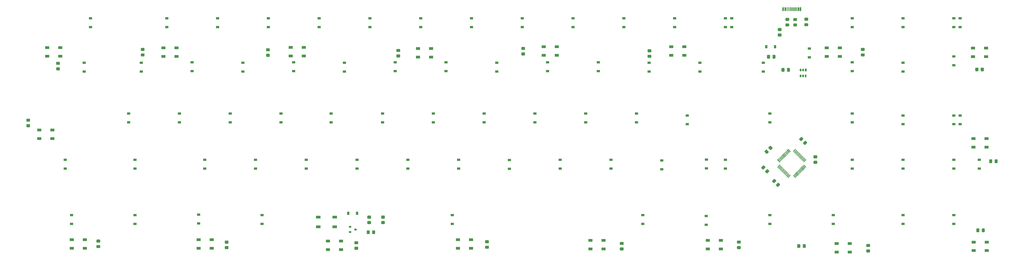
<source format=gbr>
%TF.GenerationSoftware,KiCad,Pcbnew,(5.1.6)-1*%
%TF.CreationDate,2020-09-01T10:18:49+02:00*%
%TF.ProjectId,C-60,432d3630-2e6b-4696-9361-645f70636258,rev?*%
%TF.SameCoordinates,Original*%
%TF.FileFunction,Paste,Top*%
%TF.FilePolarity,Positive*%
%FSLAX46Y46*%
G04 Gerber Fmt 4.6, Leading zero omitted, Abs format (unit mm)*
G04 Created by KiCad (PCBNEW (5.1.6)-1) date 2020-09-01 10:18:49*
%MOMM*%
%LPD*%
G01*
G04 APERTURE LIST*
%ADD10R,1.500000X1.000000*%
%ADD11R,1.200000X0.900000*%
%ADD12R,0.650000X1.060000*%
%ADD13C,0.100000*%
%ADD14R,1.800000X1.100000*%
%ADD15R,0.900000X0.800000*%
%ADD16R,0.900000X1.200000*%
G04 APERTURE END LIST*
%TO.C,R1*%
G36*
G01*
X-140038670Y-45400381D02*
X-140038670Y-44500379D01*
G75*
G02*
X-139788671Y-44250380I249999J0D01*
G01*
X-139138669Y-44250380D01*
G75*
G02*
X-138888670Y-44500379I0J-249999D01*
G01*
X-138888670Y-45400381D01*
G75*
G02*
X-139138669Y-45650380I-249999J0D01*
G01*
X-139788671Y-45650380D01*
G75*
G02*
X-140038670Y-45400381I0J249999D01*
G01*
G37*
G36*
G01*
X-142088670Y-45400381D02*
X-142088670Y-44500379D01*
G75*
G02*
X-141838671Y-44250380I249999J0D01*
G01*
X-141188669Y-44250380D01*
G75*
G02*
X-140938670Y-44500379I0J-249999D01*
G01*
X-140938670Y-45400381D01*
G75*
G02*
X-141188669Y-45650380I-249999J0D01*
G01*
X-141838671Y-45650380D01*
G75*
G02*
X-142088670Y-45400381I0J249999D01*
G01*
G37*
%TD*%
D10*
%TO.C,D35*%
X-175619750Y-42862500D03*
X-175619750Y-46062500D03*
X-170719750Y-42862500D03*
X-170719750Y-46062500D03*
%TD*%
%TO.C,D19*%
X-219688750Y-42862500D03*
X-219688750Y-46062500D03*
X-214788750Y-42862500D03*
X-214788750Y-46062500D03*
%TD*%
%TO.C,D18*%
X-269345750Y-42608500D03*
X-269345750Y-45808500D03*
X-264445750Y-42608500D03*
X-264445750Y-45808500D03*
%TD*%
%TO.C,D17*%
X-318113750Y-43116500D03*
X-318113750Y-46316500D03*
X-313213750Y-43116500D03*
X-313213750Y-46316500D03*
%TD*%
%TO.C,D16*%
X-366627750Y-42608500D03*
X-366627750Y-45808500D03*
X-361727750Y-42608500D03*
X-361727750Y-45808500D03*
%TD*%
%TO.C,D15*%
X-414252750Y-42583500D03*
X-414252750Y-45783500D03*
X-409352750Y-42583500D03*
X-409352750Y-45783500D03*
%TD*%
%TO.C,D14*%
X-426444750Y-1460500D03*
X-426444750Y-4660500D03*
X-421544750Y-1460500D03*
X-421544750Y-4660500D03*
%TD*%
%TO.C,D13*%
X-423486750Y29476500D03*
X-423486750Y26276500D03*
X-418586750Y29476500D03*
X-418586750Y26276500D03*
%TD*%
%TO.C,D12*%
X-379835750Y29400500D03*
X-379835750Y26200500D03*
X-374935750Y29400500D03*
X-374935750Y26200500D03*
%TD*%
%TO.C,D11*%
X-332083750Y29527500D03*
X-332083750Y26327500D03*
X-327183750Y29527500D03*
X-327183750Y26327500D03*
%TD*%
%TO.C,D10*%
X-284331750Y29146500D03*
X-284331750Y25946500D03*
X-279431750Y29146500D03*
X-279431750Y25946500D03*
%TD*%
%TO.C,D9*%
X-237214750Y29781500D03*
X-237214750Y26581500D03*
X-232314750Y29781500D03*
X-232314750Y26581500D03*
%TD*%
%TO.C,D8*%
X-189335750Y29781500D03*
X-189335750Y26581500D03*
X-184435750Y29781500D03*
X-184435750Y26581500D03*
%TD*%
%TO.C,D7*%
X-131005750Y29349500D03*
X-131005750Y26149500D03*
X-126105750Y29349500D03*
X-126105750Y26149500D03*
%TD*%
%TO.C,D6*%
X-76178750Y29273500D03*
X-76178750Y26073500D03*
X-71278750Y29273500D03*
X-71278750Y26073500D03*
%TD*%
%TO.C,D5*%
X-76014750Y-4686500D03*
X-76014750Y-7886500D03*
X-71114750Y-4686500D03*
X-71114750Y-7886500D03*
%TD*%
%TO.C,D4*%
X-75924750Y-43472500D03*
X-75924750Y-46672500D03*
X-71024750Y-43472500D03*
X-71024750Y-46672500D03*
%TD*%
%TO.C,D3*%
X-127322750Y-44056500D03*
X-127322750Y-47256500D03*
X-122422750Y-44056500D03*
X-122422750Y-47256500D03*
%TD*%
%TO.C,C18*%
G36*
G01*
X-164438751Y-44954501D02*
X-163538749Y-44954501D01*
G75*
G02*
X-163288750Y-45204500I0J-249999D01*
G01*
X-163288750Y-45854502D01*
G75*
G02*
X-163538749Y-46104501I-249999J0D01*
G01*
X-164438751Y-46104501D01*
G75*
G02*
X-164688750Y-45854502I0J249999D01*
G01*
X-164688750Y-45204500D01*
G75*
G02*
X-164438751Y-44954501I249999J0D01*
G01*
G37*
G36*
G01*
X-164438751Y-42904501D02*
X-163538749Y-42904501D01*
G75*
G02*
X-163288750Y-43154500I0J-249999D01*
G01*
X-163288750Y-43804502D01*
G75*
G02*
X-163538749Y-44054501I-249999J0D01*
G01*
X-164438751Y-44054501D01*
G75*
G02*
X-164688750Y-43804502I0J249999D01*
G01*
X-164688750Y-43154500D01*
G75*
G02*
X-164438751Y-42904501I249999J0D01*
G01*
G37*
%TD*%
%TO.C,C17*%
G36*
G01*
X-208380751Y-45462501D02*
X-207480749Y-45462501D01*
G75*
G02*
X-207230750Y-45712500I0J-249999D01*
G01*
X-207230750Y-46362502D01*
G75*
G02*
X-207480749Y-46612501I-249999J0D01*
G01*
X-208380751Y-46612501D01*
G75*
G02*
X-208630750Y-46362502I0J249999D01*
G01*
X-208630750Y-45712500D01*
G75*
G02*
X-208380751Y-45462501I249999J0D01*
G01*
G37*
G36*
G01*
X-208380751Y-43412501D02*
X-207480749Y-43412501D01*
G75*
G02*
X-207230750Y-43662500I0J-249999D01*
G01*
X-207230750Y-44312502D01*
G75*
G02*
X-207480749Y-44562501I-249999J0D01*
G01*
X-208380751Y-44562501D01*
G75*
G02*
X-208630750Y-44312502I0J249999D01*
G01*
X-208630750Y-43662500D01*
G75*
G02*
X-208380751Y-43412501I249999J0D01*
G01*
G37*
%TD*%
%TO.C,C16*%
G36*
G01*
X-258926751Y-44827500D02*
X-258026749Y-44827500D01*
G75*
G02*
X-257776750Y-45077499I0J-249999D01*
G01*
X-257776750Y-45727501D01*
G75*
G02*
X-258026749Y-45977500I-249999J0D01*
G01*
X-258926751Y-45977500D01*
G75*
G02*
X-259176750Y-45727501I0J249999D01*
G01*
X-259176750Y-45077499D01*
G75*
G02*
X-258926751Y-44827500I249999J0D01*
G01*
G37*
G36*
G01*
X-258926751Y-42777500D02*
X-258026749Y-42777500D01*
G75*
G02*
X-257776750Y-43027499I0J-249999D01*
G01*
X-257776750Y-43677501D01*
G75*
G02*
X-258026749Y-43927500I-249999J0D01*
G01*
X-258926751Y-43927500D01*
G75*
G02*
X-259176750Y-43677501I0J249999D01*
G01*
X-259176750Y-43027499D01*
G75*
G02*
X-258926751Y-42777500I249999J0D01*
G01*
G37*
%TD*%
%TO.C,C15*%
G36*
G01*
X-307948751Y-45208500D02*
X-307048749Y-45208500D01*
G75*
G02*
X-306798750Y-45458499I0J-249999D01*
G01*
X-306798750Y-46108501D01*
G75*
G02*
X-307048749Y-46358500I-249999J0D01*
G01*
X-307948751Y-46358500D01*
G75*
G02*
X-308198750Y-46108501I0J249999D01*
G01*
X-308198750Y-45458499D01*
G75*
G02*
X-307948751Y-45208500I249999J0D01*
G01*
G37*
G36*
G01*
X-307948751Y-43158500D02*
X-307048749Y-43158500D01*
G75*
G02*
X-306798750Y-43408499I0J-249999D01*
G01*
X-306798750Y-44058501D01*
G75*
G02*
X-307048749Y-44308500I-249999J0D01*
G01*
X-307948751Y-44308500D01*
G75*
G02*
X-308198750Y-44058501I0J249999D01*
G01*
X-308198750Y-43408499D01*
G75*
G02*
X-307948751Y-43158500I249999J0D01*
G01*
G37*
%TD*%
%TO.C,C14*%
G36*
G01*
X-356589751Y-44963500D02*
X-355689749Y-44963500D01*
G75*
G02*
X-355439750Y-45213499I0J-249999D01*
G01*
X-355439750Y-45863501D01*
G75*
G02*
X-355689749Y-46113500I-249999J0D01*
G01*
X-356589751Y-46113500D01*
G75*
G02*
X-356839750Y-45863501I0J249999D01*
G01*
X-356839750Y-45213499D01*
G75*
G02*
X-356589751Y-44963500I249999J0D01*
G01*
G37*
G36*
G01*
X-356589751Y-42913500D02*
X-355689749Y-42913500D01*
G75*
G02*
X-355439750Y-43163499I0J-249999D01*
G01*
X-355439750Y-43813501D01*
G75*
G02*
X-355689749Y-44063500I-249999J0D01*
G01*
X-356589751Y-44063500D01*
G75*
G02*
X-356839750Y-43813501I0J249999D01*
G01*
X-356839750Y-43163499D01*
G75*
G02*
X-356589751Y-42913500I249999J0D01*
G01*
G37*
%TD*%
%TO.C,C13*%
G36*
G01*
X-404722751Y-44573500D02*
X-403822749Y-44573500D01*
G75*
G02*
X-403572750Y-44823499I0J-249999D01*
G01*
X-403572750Y-45473501D01*
G75*
G02*
X-403822749Y-45723500I-249999J0D01*
G01*
X-404722751Y-45723500D01*
G75*
G02*
X-404972750Y-45473501I0J249999D01*
G01*
X-404972750Y-44823499D01*
G75*
G02*
X-404722751Y-44573500I249999J0D01*
G01*
G37*
G36*
G01*
X-404722751Y-42523500D02*
X-403822749Y-42523500D01*
G75*
G02*
X-403572750Y-42773499I0J-249999D01*
G01*
X-403572750Y-43423501D01*
G75*
G02*
X-403822749Y-43673500I-249999J0D01*
G01*
X-404722751Y-43673500D01*
G75*
G02*
X-404972750Y-43423501I0J249999D01*
G01*
X-404972750Y-42773499D01*
G75*
G02*
X-404722751Y-42523500I249999J0D01*
G01*
G37*
%TD*%
%TO.C,C12*%
G36*
G01*
X-430111749Y1665499D02*
X-431011751Y1665499D01*
G75*
G02*
X-431261750Y1915498I0J249999D01*
G01*
X-431261750Y2565500D01*
G75*
G02*
X-431011751Y2815499I249999J0D01*
G01*
X-430111749Y2815499D01*
G75*
G02*
X-429861750Y2565500I0J-249999D01*
G01*
X-429861750Y1915498D01*
G75*
G02*
X-430111749Y1665499I-249999J0D01*
G01*
G37*
G36*
G01*
X-430111749Y-384501D02*
X-431011751Y-384501D01*
G75*
G02*
X-431261750Y-134502I0J249999D01*
G01*
X-431261750Y515500D01*
G75*
G02*
X-431011751Y765499I249999J0D01*
G01*
X-430111749Y765499D01*
G75*
G02*
X-429861750Y515500I0J-249999D01*
G01*
X-429861750Y-134502D01*
G75*
G02*
X-430111749Y-384501I-249999J0D01*
G01*
G37*
%TD*%
%TO.C,C11*%
G36*
G01*
X-419835751Y22101500D02*
X-418935749Y22101500D01*
G75*
G02*
X-418685750Y21851501I0J-249999D01*
G01*
X-418685750Y21201499D01*
G75*
G02*
X-418935749Y20951500I-249999J0D01*
G01*
X-419835751Y20951500D01*
G75*
G02*
X-420085750Y21201499I0J249999D01*
G01*
X-420085750Y21851501D01*
G75*
G02*
X-419835751Y22101500I249999J0D01*
G01*
G37*
G36*
G01*
X-419835751Y24151500D02*
X-418935749Y24151500D01*
G75*
G02*
X-418685750Y23901501I0J-249999D01*
G01*
X-418685750Y23251499D01*
G75*
G02*
X-418935749Y23001500I-249999J0D01*
G01*
X-419835751Y23001500D01*
G75*
G02*
X-420085750Y23251499I0J249999D01*
G01*
X-420085750Y23901501D01*
G75*
G02*
X-419835751Y24151500I249999J0D01*
G01*
G37*
%TD*%
%TO.C,C10*%
G36*
G01*
X-388085751Y27308500D02*
X-387185749Y27308500D01*
G75*
G02*
X-386935750Y27058501I0J-249999D01*
G01*
X-386935750Y26408499D01*
G75*
G02*
X-387185749Y26158500I-249999J0D01*
G01*
X-388085751Y26158500D01*
G75*
G02*
X-388335750Y26408499I0J249999D01*
G01*
X-388335750Y27058501D01*
G75*
G02*
X-388085751Y27308500I249999J0D01*
G01*
G37*
G36*
G01*
X-388085751Y29358500D02*
X-387185749Y29358500D01*
G75*
G02*
X-386935750Y29108501I0J-249999D01*
G01*
X-386935750Y28458499D01*
G75*
G02*
X-387185749Y28208500I-249999J0D01*
G01*
X-388085751Y28208500D01*
G75*
G02*
X-388335750Y28458499I0J249999D01*
G01*
X-388335750Y29108501D01*
G75*
G02*
X-388085751Y29358500I249999J0D01*
G01*
G37*
%TD*%
%TO.C,C9*%
G36*
G01*
X-341095751Y27181500D02*
X-340195749Y27181500D01*
G75*
G02*
X-339945750Y26931501I0J-249999D01*
G01*
X-339945750Y26281499D01*
G75*
G02*
X-340195749Y26031500I-249999J0D01*
G01*
X-341095751Y26031500D01*
G75*
G02*
X-341345750Y26281499I0J249999D01*
G01*
X-341345750Y26931501D01*
G75*
G02*
X-341095751Y27181500I249999J0D01*
G01*
G37*
G36*
G01*
X-341095751Y29231500D02*
X-340195749Y29231500D01*
G75*
G02*
X-339945750Y28981501I0J-249999D01*
G01*
X-339945750Y28331499D01*
G75*
G02*
X-340195749Y28081500I-249999J0D01*
G01*
X-341095751Y28081500D01*
G75*
G02*
X-341345750Y28331499I0J249999D01*
G01*
X-341345750Y28981501D01*
G75*
G02*
X-341095751Y29231500I249999J0D01*
G01*
G37*
%TD*%
%TO.C,C8*%
G36*
G01*
X-292200751Y26927500D02*
X-291300749Y26927500D01*
G75*
G02*
X-291050750Y26677501I0J-249999D01*
G01*
X-291050750Y26027499D01*
G75*
G02*
X-291300749Y25777500I-249999J0D01*
G01*
X-292200751Y25777500D01*
G75*
G02*
X-292450750Y26027499I0J249999D01*
G01*
X-292450750Y26677501D01*
G75*
G02*
X-292200751Y26927500I249999J0D01*
G01*
G37*
G36*
G01*
X-292200751Y28977500D02*
X-291300749Y28977500D01*
G75*
G02*
X-291050750Y28727501I0J-249999D01*
G01*
X-291050750Y28077499D01*
G75*
G02*
X-291300749Y27827500I-249999J0D01*
G01*
X-292200751Y27827500D01*
G75*
G02*
X-292450750Y28077499I0J249999D01*
G01*
X-292450750Y28727501D01*
G75*
G02*
X-292200751Y28977500I249999J0D01*
G01*
G37*
%TD*%
%TO.C,C7*%
G36*
G01*
X-245337751Y27689500D02*
X-244437749Y27689500D01*
G75*
G02*
X-244187750Y27439501I0J-249999D01*
G01*
X-244187750Y26789499D01*
G75*
G02*
X-244437749Y26539500I-249999J0D01*
G01*
X-245337751Y26539500D01*
G75*
G02*
X-245587750Y26789499I0J249999D01*
G01*
X-245587750Y27439501D01*
G75*
G02*
X-245337751Y27689500I249999J0D01*
G01*
G37*
G36*
G01*
X-245337751Y29739500D02*
X-244437749Y29739500D01*
G75*
G02*
X-244187750Y29489501I0J-249999D01*
G01*
X-244187750Y28839499D01*
G75*
G02*
X-244437749Y28589500I-249999J0D01*
G01*
X-245337751Y28589500D01*
G75*
G02*
X-245587750Y28839499I0J249999D01*
G01*
X-245587750Y29489501D01*
G75*
G02*
X-245337751Y29739500I249999J0D01*
G01*
G37*
%TD*%
%TO.C,C6*%
G36*
G01*
X-197966751Y26791500D02*
X-197066749Y26791500D01*
G75*
G02*
X-196816750Y26541501I0J-249999D01*
G01*
X-196816750Y25891499D01*
G75*
G02*
X-197066749Y25641500I-249999J0D01*
G01*
X-197966751Y25641500D01*
G75*
G02*
X-198216750Y25891499I0J249999D01*
G01*
X-198216750Y26541501D01*
G75*
G02*
X-197966751Y26791500I249999J0D01*
G01*
G37*
G36*
G01*
X-197966751Y28841500D02*
X-197066749Y28841500D01*
G75*
G02*
X-196816750Y28591501I0J-249999D01*
G01*
X-196816750Y27941499D01*
G75*
G02*
X-197066749Y27691500I-249999J0D01*
G01*
X-197966751Y27691500D01*
G75*
G02*
X-198216750Y27941499I0J249999D01*
G01*
X-198216750Y28591501D01*
G75*
G02*
X-197966751Y28841500I249999J0D01*
G01*
G37*
%TD*%
%TO.C,C5*%
G36*
G01*
X-117956751Y27308499D02*
X-117056749Y27308499D01*
G75*
G02*
X-116806750Y27058500I0J-249999D01*
G01*
X-116806750Y26408498D01*
G75*
G02*
X-117056749Y26158499I-249999J0D01*
G01*
X-117956751Y26158499D01*
G75*
G02*
X-118206750Y26408498I0J249999D01*
G01*
X-118206750Y27058500D01*
G75*
G02*
X-117956751Y27308499I249999J0D01*
G01*
G37*
G36*
G01*
X-117956751Y29358499D02*
X-117056749Y29358499D01*
G75*
G02*
X-116806750Y29108500I0J-249999D01*
G01*
X-116806750Y28458498D01*
G75*
G02*
X-117056749Y28208499I-249999J0D01*
G01*
X-117956751Y28208499D01*
G75*
G02*
X-118206750Y28458498I0J249999D01*
G01*
X-118206750Y29108500D01*
G75*
G02*
X-117956751Y29358499I249999J0D01*
G01*
G37*
%TD*%
%TO.C,C4*%
G36*
G01*
X-73250750Y20822499D02*
X-73250750Y21722501D01*
G75*
G02*
X-73000751Y21972500I249999J0D01*
G01*
X-72350749Y21972500D01*
G75*
G02*
X-72100750Y21722501I0J-249999D01*
G01*
X-72100750Y20822499D01*
G75*
G02*
X-72350749Y20572500I-249999J0D01*
G01*
X-73000751Y20572500D01*
G75*
G02*
X-73250750Y20822499I0J249999D01*
G01*
G37*
G36*
G01*
X-75300750Y20822499D02*
X-75300750Y21722501D01*
G75*
G02*
X-75050751Y21972500I249999J0D01*
G01*
X-74400749Y21972500D01*
G75*
G02*
X-74150750Y21722501I0J-249999D01*
G01*
X-74150750Y20822499D01*
G75*
G02*
X-74400749Y20572500I-249999J0D01*
G01*
X-75050751Y20572500D01*
G75*
G02*
X-75300750Y20822499I0J249999D01*
G01*
G37*
%TD*%
%TO.C,C3*%
G36*
G01*
X-68043750Y-13594501D02*
X-68043750Y-12694499D01*
G75*
G02*
X-67793751Y-12444500I249999J0D01*
G01*
X-67143749Y-12444500D01*
G75*
G02*
X-66893750Y-12694499I0J-249999D01*
G01*
X-66893750Y-13594501D01*
G75*
G02*
X-67143749Y-13844500I-249999J0D01*
G01*
X-67793751Y-13844500D01*
G75*
G02*
X-68043750Y-13594501I0J249999D01*
G01*
G37*
G36*
G01*
X-70093750Y-13594501D02*
X-70093750Y-12694499D01*
G75*
G02*
X-69843751Y-12444500I249999J0D01*
G01*
X-69193749Y-12444500D01*
G75*
G02*
X-68943750Y-12694499I0J-249999D01*
G01*
X-68943750Y-13594501D01*
G75*
G02*
X-69193749Y-13844500I-249999J0D01*
G01*
X-69843751Y-13844500D01*
G75*
G02*
X-70093750Y-13594501I0J249999D01*
G01*
G37*
%TD*%
%TO.C,C2*%
G36*
G01*
X-72869750Y-39502501D02*
X-72869750Y-38602499D01*
G75*
G02*
X-72619751Y-38352500I249999J0D01*
G01*
X-71969749Y-38352500D01*
G75*
G02*
X-71719750Y-38602499I0J-249999D01*
G01*
X-71719750Y-39502501D01*
G75*
G02*
X-71969749Y-39752500I-249999J0D01*
G01*
X-72619751Y-39752500D01*
G75*
G02*
X-72869750Y-39502501I0J249999D01*
G01*
G37*
G36*
G01*
X-74919750Y-39502501D02*
X-74919750Y-38602499D01*
G75*
G02*
X-74669751Y-38352500I249999J0D01*
G01*
X-74019749Y-38352500D01*
G75*
G02*
X-73769750Y-38602499I0J-249999D01*
G01*
X-73769750Y-39502501D01*
G75*
G02*
X-74019749Y-39752500I-249999J0D01*
G01*
X-74669751Y-39752500D01*
G75*
G02*
X-74919750Y-39502501I0J249999D01*
G01*
G37*
%TD*%
%TO.C,C1*%
G36*
G01*
X-115924751Y-46224501D02*
X-115024749Y-46224501D01*
G75*
G02*
X-114774750Y-46474500I0J-249999D01*
G01*
X-114774750Y-47124502D01*
G75*
G02*
X-115024749Y-47374501I-249999J0D01*
G01*
X-115924751Y-47374501D01*
G75*
G02*
X-116174750Y-47124502I0J249999D01*
G01*
X-116174750Y-46474500D01*
G75*
G02*
X-115924751Y-46224501I249999J0D01*
G01*
G37*
G36*
G01*
X-115924751Y-44174501D02*
X-115024749Y-44174501D01*
G75*
G02*
X-114774750Y-44424500I0J-249999D01*
G01*
X-114774750Y-45074502D01*
G75*
G02*
X-115024749Y-45324501I-249999J0D01*
G01*
X-115924751Y-45324501D01*
G75*
G02*
X-116174750Y-45074502I0J249999D01*
G01*
X-116174750Y-44424500D01*
G75*
G02*
X-115924751Y-44174501I249999J0D01*
G01*
G37*
%TD*%
D11*
%TO.C,D2*%
X-416718750Y-15937500D03*
X-416718750Y-12637500D03*
%TD*%
%TO.C,U3*%
G36*
G01*
X-139888750Y19397500D02*
X-139888750Y19397500D01*
G75*
G02*
X-139563750Y19072500I0J-325000D01*
G01*
X-139563750Y18662500D01*
G75*
G02*
X-139888750Y18337500I-325000J0D01*
G01*
X-139888750Y18337500D01*
G75*
G02*
X-140213750Y18662500I0J325000D01*
G01*
X-140213750Y19072500D01*
G75*
G02*
X-139888750Y19397500I325000J0D01*
G01*
G37*
G36*
G01*
X-138938750Y19397500D02*
X-138938750Y19397500D01*
G75*
G02*
X-138613750Y19072500I0J-325000D01*
G01*
X-138613750Y18662500D01*
G75*
G02*
X-138938750Y18337500I-325000J0D01*
G01*
X-138938750Y18337500D01*
G75*
G02*
X-139263750Y18662500I0J325000D01*
G01*
X-139263750Y19072500D01*
G75*
G02*
X-138938750Y19397500I325000J0D01*
G01*
G37*
G36*
G01*
X-140838750Y19397500D02*
X-140838750Y19397500D01*
G75*
G02*
X-140513750Y19072500I0J-325000D01*
G01*
X-140513750Y18662500D01*
G75*
G02*
X-140838750Y18337500I-325000J0D01*
G01*
X-140838750Y18337500D01*
G75*
G02*
X-141163750Y18662500I0J325000D01*
G01*
X-141163750Y19072500D01*
G75*
G02*
X-140838750Y19397500I325000J0D01*
G01*
G37*
G36*
G01*
X-140838750Y21597500D02*
X-140838750Y21597500D01*
G75*
G02*
X-140513750Y21272500I0J-325000D01*
G01*
X-140513750Y20862500D01*
G75*
G02*
X-140838750Y20537500I-325000J0D01*
G01*
X-140838750Y20537500D01*
G75*
G02*
X-141163750Y20862500I0J325000D01*
G01*
X-141163750Y21272500D01*
G75*
G02*
X-140838750Y21597500I325000J0D01*
G01*
G37*
G36*
G01*
X-139888750Y21597500D02*
X-139888750Y21597500D01*
G75*
G02*
X-139563750Y21272500I0J-325000D01*
G01*
X-139563750Y20862500D01*
G75*
G02*
X-139888750Y20537500I-325000J0D01*
G01*
X-139888750Y20537500D01*
G75*
G02*
X-140213750Y20862500I0J325000D01*
G01*
X-140213750Y21272500D01*
G75*
G02*
X-139888750Y21597500I325000J0D01*
G01*
G37*
D12*
X-138938750Y21067500D03*
%TD*%
%TO.C,U1*%
G36*
G01*
X-148713517Y-13500203D02*
X-149544367Y-12669353D01*
G75*
G02*
X-149544367Y-12457221I106066J106066D01*
G01*
X-149544367Y-12457221D01*
G75*
G02*
X-149332235Y-12457221I106066J-106066D01*
G01*
X-148501385Y-13288071D01*
G75*
G02*
X-148501385Y-13500203I-106066J-106066D01*
G01*
X-148501385Y-13500203D01*
G75*
G02*
X-148713517Y-13500203I-106066J106066D01*
G01*
G37*
G36*
G01*
X-148359963Y-13146649D02*
X-149190813Y-12315799D01*
G75*
G02*
X-149190813Y-12103667I106066J106066D01*
G01*
X-149190813Y-12103667D01*
G75*
G02*
X-148978681Y-12103667I106066J-106066D01*
G01*
X-148147831Y-12934517D01*
G75*
G02*
X-148147831Y-13146649I-106066J-106066D01*
G01*
X-148147831Y-13146649D01*
G75*
G02*
X-148359963Y-13146649I-106066J106066D01*
G01*
G37*
G36*
G01*
X-148006410Y-12793096D02*
X-148837260Y-11962246D01*
G75*
G02*
X-148837260Y-11750114I106066J106066D01*
G01*
X-148837260Y-11750114D01*
G75*
G02*
X-148625128Y-11750114I106066J-106066D01*
G01*
X-147794278Y-12580964D01*
G75*
G02*
X-147794278Y-12793096I-106066J-106066D01*
G01*
X-147794278Y-12793096D01*
G75*
G02*
X-148006410Y-12793096I-106066J106066D01*
G01*
G37*
G36*
G01*
X-147652856Y-12439542D02*
X-148483706Y-11608692D01*
G75*
G02*
X-148483706Y-11396560I106066J106066D01*
G01*
X-148483706Y-11396560D01*
G75*
G02*
X-148271574Y-11396560I106066J-106066D01*
G01*
X-147440724Y-12227410D01*
G75*
G02*
X-147440724Y-12439542I-106066J-106066D01*
G01*
X-147440724Y-12439542D01*
G75*
G02*
X-147652856Y-12439542I-106066J106066D01*
G01*
G37*
G36*
G01*
X-147299303Y-12085989D02*
X-148130153Y-11255139D01*
G75*
G02*
X-148130153Y-11043007I106066J106066D01*
G01*
X-148130153Y-11043007D01*
G75*
G02*
X-147918021Y-11043007I106066J-106066D01*
G01*
X-147087171Y-11873857D01*
G75*
G02*
X-147087171Y-12085989I-106066J-106066D01*
G01*
X-147087171Y-12085989D01*
G75*
G02*
X-147299303Y-12085989I-106066J106066D01*
G01*
G37*
G36*
G01*
X-146945750Y-11732436D02*
X-147776600Y-10901586D01*
G75*
G02*
X-147776600Y-10689454I106066J106066D01*
G01*
X-147776600Y-10689454D01*
G75*
G02*
X-147564468Y-10689454I106066J-106066D01*
G01*
X-146733618Y-11520304D01*
G75*
G02*
X-146733618Y-11732436I-106066J-106066D01*
G01*
X-146733618Y-11732436D01*
G75*
G02*
X-146945750Y-11732436I-106066J106066D01*
G01*
G37*
G36*
G01*
X-146592196Y-11378882D02*
X-147423046Y-10548032D01*
G75*
G02*
X-147423046Y-10335900I106066J106066D01*
G01*
X-147423046Y-10335900D01*
G75*
G02*
X-147210914Y-10335900I106066J-106066D01*
G01*
X-146380064Y-11166750D01*
G75*
G02*
X-146380064Y-11378882I-106066J-106066D01*
G01*
X-146380064Y-11378882D01*
G75*
G02*
X-146592196Y-11378882I-106066J106066D01*
G01*
G37*
G36*
G01*
X-146238643Y-11025329D02*
X-147069493Y-10194479D01*
G75*
G02*
X-147069493Y-9982347I106066J106066D01*
G01*
X-147069493Y-9982347D01*
G75*
G02*
X-146857361Y-9982347I106066J-106066D01*
G01*
X-146026511Y-10813197D01*
G75*
G02*
X-146026511Y-11025329I-106066J-106066D01*
G01*
X-146026511Y-11025329D01*
G75*
G02*
X-146238643Y-11025329I-106066J106066D01*
G01*
G37*
G36*
G01*
X-145885090Y-10671776D02*
X-146715940Y-9840926D01*
G75*
G02*
X-146715940Y-9628794I106066J106066D01*
G01*
X-146715940Y-9628794D01*
G75*
G02*
X-146503808Y-9628794I106066J-106066D01*
G01*
X-145672958Y-10459644D01*
G75*
G02*
X-145672958Y-10671776I-106066J-106066D01*
G01*
X-145672958Y-10671776D01*
G75*
G02*
X-145885090Y-10671776I-106066J106066D01*
G01*
G37*
G36*
G01*
X-145531536Y-10318222D02*
X-146362386Y-9487372D01*
G75*
G02*
X-146362386Y-9275240I106066J106066D01*
G01*
X-146362386Y-9275240D01*
G75*
G02*
X-146150254Y-9275240I106066J-106066D01*
G01*
X-145319404Y-10106090D01*
G75*
G02*
X-145319404Y-10318222I-106066J-106066D01*
G01*
X-145319404Y-10318222D01*
G75*
G02*
X-145531536Y-10318222I-106066J106066D01*
G01*
G37*
G36*
G01*
X-145177983Y-9964669D02*
X-146008833Y-9133819D01*
G75*
G02*
X-146008833Y-8921687I106066J106066D01*
G01*
X-146008833Y-8921687D01*
G75*
G02*
X-145796701Y-8921687I106066J-106066D01*
G01*
X-144965851Y-9752537D01*
G75*
G02*
X-144965851Y-9964669I-106066J-106066D01*
G01*
X-144965851Y-9964669D01*
G75*
G02*
X-145177983Y-9964669I-106066J106066D01*
G01*
G37*
G36*
G01*
X-144824429Y-9611115D02*
X-145655279Y-8780265D01*
G75*
G02*
X-145655279Y-8568133I106066J106066D01*
G01*
X-145655279Y-8568133D01*
G75*
G02*
X-145443147Y-8568133I106066J-106066D01*
G01*
X-144612297Y-9398983D01*
G75*
G02*
X-144612297Y-9611115I-106066J-106066D01*
G01*
X-144612297Y-9611115D01*
G75*
G02*
X-144824429Y-9611115I-106066J106066D01*
G01*
G37*
G36*
G01*
X-143657703Y-9611115D02*
X-143657703Y-9611115D01*
G75*
G02*
X-143657703Y-9398983I106066J106066D01*
G01*
X-142826853Y-8568133D01*
G75*
G02*
X-142614721Y-8568133I106066J-106066D01*
G01*
X-142614721Y-8568133D01*
G75*
G02*
X-142614721Y-8780265I-106066J-106066D01*
G01*
X-143445571Y-9611115D01*
G75*
G02*
X-143657703Y-9611115I-106066J106066D01*
G01*
G37*
G36*
G01*
X-143304149Y-9964669D02*
X-143304149Y-9964669D01*
G75*
G02*
X-143304149Y-9752537I106066J106066D01*
G01*
X-142473299Y-8921687D01*
G75*
G02*
X-142261167Y-8921687I106066J-106066D01*
G01*
X-142261167Y-8921687D01*
G75*
G02*
X-142261167Y-9133819I-106066J-106066D01*
G01*
X-143092017Y-9964669D01*
G75*
G02*
X-143304149Y-9964669I-106066J106066D01*
G01*
G37*
G36*
G01*
X-142950596Y-10318222D02*
X-142950596Y-10318222D01*
G75*
G02*
X-142950596Y-10106090I106066J106066D01*
G01*
X-142119746Y-9275240D01*
G75*
G02*
X-141907614Y-9275240I106066J-106066D01*
G01*
X-141907614Y-9275240D01*
G75*
G02*
X-141907614Y-9487372I-106066J-106066D01*
G01*
X-142738464Y-10318222D01*
G75*
G02*
X-142950596Y-10318222I-106066J106066D01*
G01*
G37*
G36*
G01*
X-142597042Y-10671776D02*
X-142597042Y-10671776D01*
G75*
G02*
X-142597042Y-10459644I106066J106066D01*
G01*
X-141766192Y-9628794D01*
G75*
G02*
X-141554060Y-9628794I106066J-106066D01*
G01*
X-141554060Y-9628794D01*
G75*
G02*
X-141554060Y-9840926I-106066J-106066D01*
G01*
X-142384910Y-10671776D01*
G75*
G02*
X-142597042Y-10671776I-106066J106066D01*
G01*
G37*
G36*
G01*
X-142243489Y-11025329D02*
X-142243489Y-11025329D01*
G75*
G02*
X-142243489Y-10813197I106066J106066D01*
G01*
X-141412639Y-9982347D01*
G75*
G02*
X-141200507Y-9982347I106066J-106066D01*
G01*
X-141200507Y-9982347D01*
G75*
G02*
X-141200507Y-10194479I-106066J-106066D01*
G01*
X-142031357Y-11025329D01*
G75*
G02*
X-142243489Y-11025329I-106066J106066D01*
G01*
G37*
G36*
G01*
X-141889936Y-11378882D02*
X-141889936Y-11378882D01*
G75*
G02*
X-141889936Y-11166750I106066J106066D01*
G01*
X-141059086Y-10335900D01*
G75*
G02*
X-140846954Y-10335900I106066J-106066D01*
G01*
X-140846954Y-10335900D01*
G75*
G02*
X-140846954Y-10548032I-106066J-106066D01*
G01*
X-141677804Y-11378882D01*
G75*
G02*
X-141889936Y-11378882I-106066J106066D01*
G01*
G37*
G36*
G01*
X-141536382Y-11732436D02*
X-141536382Y-11732436D01*
G75*
G02*
X-141536382Y-11520304I106066J106066D01*
G01*
X-140705532Y-10689454D01*
G75*
G02*
X-140493400Y-10689454I106066J-106066D01*
G01*
X-140493400Y-10689454D01*
G75*
G02*
X-140493400Y-10901586I-106066J-106066D01*
G01*
X-141324250Y-11732436D01*
G75*
G02*
X-141536382Y-11732436I-106066J106066D01*
G01*
G37*
G36*
G01*
X-141182829Y-12085989D02*
X-141182829Y-12085989D01*
G75*
G02*
X-141182829Y-11873857I106066J106066D01*
G01*
X-140351979Y-11043007D01*
G75*
G02*
X-140139847Y-11043007I106066J-106066D01*
G01*
X-140139847Y-11043007D01*
G75*
G02*
X-140139847Y-11255139I-106066J-106066D01*
G01*
X-140970697Y-12085989D01*
G75*
G02*
X-141182829Y-12085989I-106066J106066D01*
G01*
G37*
G36*
G01*
X-140829276Y-12439542D02*
X-140829276Y-12439542D01*
G75*
G02*
X-140829276Y-12227410I106066J106066D01*
G01*
X-139998426Y-11396560D01*
G75*
G02*
X-139786294Y-11396560I106066J-106066D01*
G01*
X-139786294Y-11396560D01*
G75*
G02*
X-139786294Y-11608692I-106066J-106066D01*
G01*
X-140617144Y-12439542D01*
G75*
G02*
X-140829276Y-12439542I-106066J106066D01*
G01*
G37*
G36*
G01*
X-140475722Y-12793096D02*
X-140475722Y-12793096D01*
G75*
G02*
X-140475722Y-12580964I106066J106066D01*
G01*
X-139644872Y-11750114D01*
G75*
G02*
X-139432740Y-11750114I106066J-106066D01*
G01*
X-139432740Y-11750114D01*
G75*
G02*
X-139432740Y-11962246I-106066J-106066D01*
G01*
X-140263590Y-12793096D01*
G75*
G02*
X-140475722Y-12793096I-106066J106066D01*
G01*
G37*
G36*
G01*
X-140122169Y-13146649D02*
X-140122169Y-13146649D01*
G75*
G02*
X-140122169Y-12934517I106066J106066D01*
G01*
X-139291319Y-12103667D01*
G75*
G02*
X-139079187Y-12103667I106066J-106066D01*
G01*
X-139079187Y-12103667D01*
G75*
G02*
X-139079187Y-12315799I-106066J-106066D01*
G01*
X-139910037Y-13146649D01*
G75*
G02*
X-140122169Y-13146649I-106066J106066D01*
G01*
G37*
G36*
G01*
X-139768615Y-13500203D02*
X-139768615Y-13500203D01*
G75*
G02*
X-139768615Y-13288071I106066J106066D01*
G01*
X-138937765Y-12457221D01*
G75*
G02*
X-138725633Y-12457221I106066J-106066D01*
G01*
X-138725633Y-12457221D01*
G75*
G02*
X-138725633Y-12669353I-106066J-106066D01*
G01*
X-139556483Y-13500203D01*
G75*
G02*
X-139768615Y-13500203I-106066J106066D01*
G01*
G37*
G36*
G01*
X-138937765Y-15497779D02*
X-139768615Y-14666929D01*
G75*
G02*
X-139768615Y-14454797I106066J106066D01*
G01*
X-139768615Y-14454797D01*
G75*
G02*
X-139556483Y-14454797I106066J-106066D01*
G01*
X-138725633Y-15285647D01*
G75*
G02*
X-138725633Y-15497779I-106066J-106066D01*
G01*
X-138725633Y-15497779D01*
G75*
G02*
X-138937765Y-15497779I-106066J106066D01*
G01*
G37*
G36*
G01*
X-139291319Y-15851333D02*
X-140122169Y-15020483D01*
G75*
G02*
X-140122169Y-14808351I106066J106066D01*
G01*
X-140122169Y-14808351D01*
G75*
G02*
X-139910037Y-14808351I106066J-106066D01*
G01*
X-139079187Y-15639201D01*
G75*
G02*
X-139079187Y-15851333I-106066J-106066D01*
G01*
X-139079187Y-15851333D01*
G75*
G02*
X-139291319Y-15851333I-106066J106066D01*
G01*
G37*
G36*
G01*
X-139644872Y-16204886D02*
X-140475722Y-15374036D01*
G75*
G02*
X-140475722Y-15161904I106066J106066D01*
G01*
X-140475722Y-15161904D01*
G75*
G02*
X-140263590Y-15161904I106066J-106066D01*
G01*
X-139432740Y-15992754D01*
G75*
G02*
X-139432740Y-16204886I-106066J-106066D01*
G01*
X-139432740Y-16204886D01*
G75*
G02*
X-139644872Y-16204886I-106066J106066D01*
G01*
G37*
G36*
G01*
X-139998426Y-16558440D02*
X-140829276Y-15727590D01*
G75*
G02*
X-140829276Y-15515458I106066J106066D01*
G01*
X-140829276Y-15515458D01*
G75*
G02*
X-140617144Y-15515458I106066J-106066D01*
G01*
X-139786294Y-16346308D01*
G75*
G02*
X-139786294Y-16558440I-106066J-106066D01*
G01*
X-139786294Y-16558440D01*
G75*
G02*
X-139998426Y-16558440I-106066J106066D01*
G01*
G37*
G36*
G01*
X-140351979Y-16911993D02*
X-141182829Y-16081143D01*
G75*
G02*
X-141182829Y-15869011I106066J106066D01*
G01*
X-141182829Y-15869011D01*
G75*
G02*
X-140970697Y-15869011I106066J-106066D01*
G01*
X-140139847Y-16699861D01*
G75*
G02*
X-140139847Y-16911993I-106066J-106066D01*
G01*
X-140139847Y-16911993D01*
G75*
G02*
X-140351979Y-16911993I-106066J106066D01*
G01*
G37*
G36*
G01*
X-140705532Y-17265546D02*
X-141536382Y-16434696D01*
G75*
G02*
X-141536382Y-16222564I106066J106066D01*
G01*
X-141536382Y-16222564D01*
G75*
G02*
X-141324250Y-16222564I106066J-106066D01*
G01*
X-140493400Y-17053414D01*
G75*
G02*
X-140493400Y-17265546I-106066J-106066D01*
G01*
X-140493400Y-17265546D01*
G75*
G02*
X-140705532Y-17265546I-106066J106066D01*
G01*
G37*
G36*
G01*
X-141059086Y-17619100D02*
X-141889936Y-16788250D01*
G75*
G02*
X-141889936Y-16576118I106066J106066D01*
G01*
X-141889936Y-16576118D01*
G75*
G02*
X-141677804Y-16576118I106066J-106066D01*
G01*
X-140846954Y-17406968D01*
G75*
G02*
X-140846954Y-17619100I-106066J-106066D01*
G01*
X-140846954Y-17619100D01*
G75*
G02*
X-141059086Y-17619100I-106066J106066D01*
G01*
G37*
G36*
G01*
X-141412639Y-17972653D02*
X-142243489Y-17141803D01*
G75*
G02*
X-142243489Y-16929671I106066J106066D01*
G01*
X-142243489Y-16929671D01*
G75*
G02*
X-142031357Y-16929671I106066J-106066D01*
G01*
X-141200507Y-17760521D01*
G75*
G02*
X-141200507Y-17972653I-106066J-106066D01*
G01*
X-141200507Y-17972653D01*
G75*
G02*
X-141412639Y-17972653I-106066J106066D01*
G01*
G37*
G36*
G01*
X-141766192Y-18326206D02*
X-142597042Y-17495356D01*
G75*
G02*
X-142597042Y-17283224I106066J106066D01*
G01*
X-142597042Y-17283224D01*
G75*
G02*
X-142384910Y-17283224I106066J-106066D01*
G01*
X-141554060Y-18114074D01*
G75*
G02*
X-141554060Y-18326206I-106066J-106066D01*
G01*
X-141554060Y-18326206D01*
G75*
G02*
X-141766192Y-18326206I-106066J106066D01*
G01*
G37*
G36*
G01*
X-142119746Y-18679760D02*
X-142950596Y-17848910D01*
G75*
G02*
X-142950596Y-17636778I106066J106066D01*
G01*
X-142950596Y-17636778D01*
G75*
G02*
X-142738464Y-17636778I106066J-106066D01*
G01*
X-141907614Y-18467628D01*
G75*
G02*
X-141907614Y-18679760I-106066J-106066D01*
G01*
X-141907614Y-18679760D01*
G75*
G02*
X-142119746Y-18679760I-106066J106066D01*
G01*
G37*
G36*
G01*
X-142473299Y-19033313D02*
X-143304149Y-18202463D01*
G75*
G02*
X-143304149Y-17990331I106066J106066D01*
G01*
X-143304149Y-17990331D01*
G75*
G02*
X-143092017Y-17990331I106066J-106066D01*
G01*
X-142261167Y-18821181D01*
G75*
G02*
X-142261167Y-19033313I-106066J-106066D01*
G01*
X-142261167Y-19033313D01*
G75*
G02*
X-142473299Y-19033313I-106066J106066D01*
G01*
G37*
G36*
G01*
X-142826853Y-19386867D02*
X-143657703Y-18556017D01*
G75*
G02*
X-143657703Y-18343885I106066J106066D01*
G01*
X-143657703Y-18343885D01*
G75*
G02*
X-143445571Y-18343885I106066J-106066D01*
G01*
X-142614721Y-19174735D01*
G75*
G02*
X-142614721Y-19386867I-106066J-106066D01*
G01*
X-142614721Y-19386867D01*
G75*
G02*
X-142826853Y-19386867I-106066J106066D01*
G01*
G37*
G36*
G01*
X-145655279Y-19386867D02*
X-145655279Y-19386867D01*
G75*
G02*
X-145655279Y-19174735I106066J106066D01*
G01*
X-144824429Y-18343885D01*
G75*
G02*
X-144612297Y-18343885I106066J-106066D01*
G01*
X-144612297Y-18343885D01*
G75*
G02*
X-144612297Y-18556017I-106066J-106066D01*
G01*
X-145443147Y-19386867D01*
G75*
G02*
X-145655279Y-19386867I-106066J106066D01*
G01*
G37*
G36*
G01*
X-146008833Y-19033313D02*
X-146008833Y-19033313D01*
G75*
G02*
X-146008833Y-18821181I106066J106066D01*
G01*
X-145177983Y-17990331D01*
G75*
G02*
X-144965851Y-17990331I106066J-106066D01*
G01*
X-144965851Y-17990331D01*
G75*
G02*
X-144965851Y-18202463I-106066J-106066D01*
G01*
X-145796701Y-19033313D01*
G75*
G02*
X-146008833Y-19033313I-106066J106066D01*
G01*
G37*
G36*
G01*
X-146362386Y-18679760D02*
X-146362386Y-18679760D01*
G75*
G02*
X-146362386Y-18467628I106066J106066D01*
G01*
X-145531536Y-17636778D01*
G75*
G02*
X-145319404Y-17636778I106066J-106066D01*
G01*
X-145319404Y-17636778D01*
G75*
G02*
X-145319404Y-17848910I-106066J-106066D01*
G01*
X-146150254Y-18679760D01*
G75*
G02*
X-146362386Y-18679760I-106066J106066D01*
G01*
G37*
G36*
G01*
X-146715940Y-18326206D02*
X-146715940Y-18326206D01*
G75*
G02*
X-146715940Y-18114074I106066J106066D01*
G01*
X-145885090Y-17283224D01*
G75*
G02*
X-145672958Y-17283224I106066J-106066D01*
G01*
X-145672958Y-17283224D01*
G75*
G02*
X-145672958Y-17495356I-106066J-106066D01*
G01*
X-146503808Y-18326206D01*
G75*
G02*
X-146715940Y-18326206I-106066J106066D01*
G01*
G37*
G36*
G01*
X-147069493Y-17972653D02*
X-147069493Y-17972653D01*
G75*
G02*
X-147069493Y-17760521I106066J106066D01*
G01*
X-146238643Y-16929671D01*
G75*
G02*
X-146026511Y-16929671I106066J-106066D01*
G01*
X-146026511Y-16929671D01*
G75*
G02*
X-146026511Y-17141803I-106066J-106066D01*
G01*
X-146857361Y-17972653D01*
G75*
G02*
X-147069493Y-17972653I-106066J106066D01*
G01*
G37*
G36*
G01*
X-147423046Y-17619100D02*
X-147423046Y-17619100D01*
G75*
G02*
X-147423046Y-17406968I106066J106066D01*
G01*
X-146592196Y-16576118D01*
G75*
G02*
X-146380064Y-16576118I106066J-106066D01*
G01*
X-146380064Y-16576118D01*
G75*
G02*
X-146380064Y-16788250I-106066J-106066D01*
G01*
X-147210914Y-17619100D01*
G75*
G02*
X-147423046Y-17619100I-106066J106066D01*
G01*
G37*
G36*
G01*
X-147776600Y-17265546D02*
X-147776600Y-17265546D01*
G75*
G02*
X-147776600Y-17053414I106066J106066D01*
G01*
X-146945750Y-16222564D01*
G75*
G02*
X-146733618Y-16222564I106066J-106066D01*
G01*
X-146733618Y-16222564D01*
G75*
G02*
X-146733618Y-16434696I-106066J-106066D01*
G01*
X-147564468Y-17265546D01*
G75*
G02*
X-147776600Y-17265546I-106066J106066D01*
G01*
G37*
G36*
G01*
X-148130153Y-16911993D02*
X-148130153Y-16911993D01*
G75*
G02*
X-148130153Y-16699861I106066J106066D01*
G01*
X-147299303Y-15869011D01*
G75*
G02*
X-147087171Y-15869011I106066J-106066D01*
G01*
X-147087171Y-15869011D01*
G75*
G02*
X-147087171Y-16081143I-106066J-106066D01*
G01*
X-147918021Y-16911993D01*
G75*
G02*
X-148130153Y-16911993I-106066J106066D01*
G01*
G37*
G36*
G01*
X-148483706Y-16558440D02*
X-148483706Y-16558440D01*
G75*
G02*
X-148483706Y-16346308I106066J106066D01*
G01*
X-147652856Y-15515458D01*
G75*
G02*
X-147440724Y-15515458I106066J-106066D01*
G01*
X-147440724Y-15515458D01*
G75*
G02*
X-147440724Y-15727590I-106066J-106066D01*
G01*
X-148271574Y-16558440D01*
G75*
G02*
X-148483706Y-16558440I-106066J106066D01*
G01*
G37*
G36*
G01*
X-148837260Y-16204886D02*
X-148837260Y-16204886D01*
G75*
G02*
X-148837260Y-15992754I106066J106066D01*
G01*
X-148006410Y-15161904D01*
G75*
G02*
X-147794278Y-15161904I106066J-106066D01*
G01*
X-147794278Y-15161904D01*
G75*
G02*
X-147794278Y-15374036I-106066J-106066D01*
G01*
X-148625128Y-16204886D01*
G75*
G02*
X-148837260Y-16204886I-106066J106066D01*
G01*
G37*
G36*
G01*
X-149190813Y-15851333D02*
X-149190813Y-15851333D01*
G75*
G02*
X-149190813Y-15639201I106066J106066D01*
G01*
X-148359963Y-14808351D01*
G75*
G02*
X-148147831Y-14808351I106066J-106066D01*
G01*
X-148147831Y-14808351D01*
G75*
G02*
X-148147831Y-15020483I-106066J-106066D01*
G01*
X-148978681Y-15851333D01*
G75*
G02*
X-149190813Y-15851333I-106066J106066D01*
G01*
G37*
D13*
G36*
X-149438301Y-15603845D02*
G01*
X-149650433Y-15391713D01*
X-148607451Y-14348731D01*
X-148395319Y-14560863D01*
X-149438301Y-15603845D01*
G37*
%TD*%
D14*
%TO.C,SWRST1*%
X-315585000Y-37790000D03*
X-321785000Y-37790000D03*
X-315585000Y-34090000D03*
X-321785000Y-34090000D03*
%TD*%
%TO.C,RRST1*%
G36*
G01*
X-303128751Y-35587499D02*
X-302228749Y-35587499D01*
G75*
G02*
X-301978750Y-35837498I0J-249999D01*
G01*
X-301978750Y-36487500D01*
G75*
G02*
X-302228749Y-36737499I-249999J0D01*
G01*
X-303128751Y-36737499D01*
G75*
G02*
X-303378750Y-36487500I0J249999D01*
G01*
X-303378750Y-35837498D01*
G75*
G02*
X-303128751Y-35587499I249999J0D01*
G01*
G37*
G36*
G01*
X-303128751Y-33537499D02*
X-302228749Y-33537499D01*
G75*
G02*
X-301978750Y-33787498I0J-249999D01*
G01*
X-301978750Y-34437500D01*
G75*
G02*
X-302228749Y-34687499I-249999J0D01*
G01*
X-303128751Y-34687499D01*
G75*
G02*
X-303378750Y-34437500I0J249999D01*
G01*
X-303378750Y-33787498D01*
G75*
G02*
X-303128751Y-33537499I249999J0D01*
G01*
G37*
%TD*%
%TO.C,RCC2*%
G36*
G01*
X-145368749Y39457500D02*
X-146268751Y39457500D01*
G75*
G02*
X-146518750Y39707499I0J249999D01*
G01*
X-146518750Y40357501D01*
G75*
G02*
X-146268751Y40607500I249999J0D01*
G01*
X-145368749Y40607500D01*
G75*
G02*
X-145118750Y40357501I0J-249999D01*
G01*
X-145118750Y39707499D01*
G75*
G02*
X-145368749Y39457500I-249999J0D01*
G01*
G37*
G36*
G01*
X-145368749Y37407500D02*
X-146268751Y37407500D01*
G75*
G02*
X-146518750Y37657499I0J249999D01*
G01*
X-146518750Y38307501D01*
G75*
G02*
X-146268751Y38557500I249999J0D01*
G01*
X-145368749Y38557500D01*
G75*
G02*
X-145118750Y38307501I0J-249999D01*
G01*
X-145118750Y37657499D01*
G75*
G02*
X-145368749Y37407500I-249999J0D01*
G01*
G37*
%TD*%
%TO.C,RCC1*%
G36*
G01*
X-142418749Y39452499D02*
X-143318751Y39452499D01*
G75*
G02*
X-143568750Y39702498I0J249999D01*
G01*
X-143568750Y40352500D01*
G75*
G02*
X-143318751Y40602499I249999J0D01*
G01*
X-142418749Y40602499D01*
G75*
G02*
X-142168750Y40352500I0J-249999D01*
G01*
X-142168750Y39702498D01*
G75*
G02*
X-142418749Y39452499I-249999J0D01*
G01*
G37*
G36*
G01*
X-142418749Y37402499D02*
X-143318751Y37402499D01*
G75*
G02*
X-143568750Y37652498I0J249999D01*
G01*
X-143568750Y38302500D01*
G75*
G02*
X-143318751Y38552499I249999J0D01*
G01*
X-142418749Y38552499D01*
G75*
G02*
X-142168750Y38302500I0J-249999D01*
G01*
X-142168750Y37652498D01*
G75*
G02*
X-142418749Y37402499I-249999J0D01*
G01*
G37*
%TD*%
D15*
%TO.C,QRST1*%
X-307848750Y-38742500D03*
X-309848750Y-39692500D03*
X-309848750Y-37792500D03*
%TD*%
%TO.C,J1*%
G36*
G01*
X-140585000Y44472500D02*
X-140585000Y43322500D01*
G75*
G02*
X-140735000Y43172500I-150000J0D01*
G01*
X-141035000Y43172500D01*
G75*
G02*
X-141185000Y43322500I0J150000D01*
G01*
X-141185000Y44472500D01*
G75*
G02*
X-141035000Y44622500I150000J0D01*
G01*
X-140735000Y44622500D01*
G75*
G02*
X-140585000Y44472500I0J-150000D01*
G01*
G37*
G36*
G01*
X-142235000Y44547500D02*
X-142235000Y43247500D01*
G75*
G02*
X-142310000Y43172500I-75000J0D01*
G01*
X-142460000Y43172500D01*
G75*
G02*
X-142535000Y43247500I0J75000D01*
G01*
X-142535000Y44547500D01*
G75*
G02*
X-142460000Y44622500I75000J0D01*
G01*
X-142310000Y44622500D01*
G75*
G02*
X-142235000Y44547500I0J-75000D01*
G01*
G37*
G36*
G01*
X-142735000Y44547500D02*
X-142735000Y43247500D01*
G75*
G02*
X-142810000Y43172500I-75000J0D01*
G01*
X-142960000Y43172500D01*
G75*
G02*
X-143035000Y43247500I0J75000D01*
G01*
X-143035000Y44547500D01*
G75*
G02*
X-142960000Y44622500I75000J0D01*
G01*
X-142810000Y44622500D01*
G75*
G02*
X-142735000Y44547500I0J-75000D01*
G01*
G37*
G36*
G01*
X-143235000Y44547500D02*
X-143235000Y43247500D01*
G75*
G02*
X-143310000Y43172500I-75000J0D01*
G01*
X-143460000Y43172500D01*
G75*
G02*
X-143535000Y43247500I0J75000D01*
G01*
X-143535000Y44547500D01*
G75*
G02*
X-143460000Y44622500I75000J0D01*
G01*
X-143310000Y44622500D01*
G75*
G02*
X-143235000Y44547500I0J-75000D01*
G01*
G37*
G36*
G01*
X-143731000Y44547500D02*
X-143731000Y43247500D01*
G75*
G02*
X-143806000Y43172500I-75000J0D01*
G01*
X-143956000Y43172500D01*
G75*
G02*
X-144031000Y43247500I0J75000D01*
G01*
X-144031000Y44547500D01*
G75*
G02*
X-143956000Y44622500I75000J0D01*
G01*
X-143806000Y44622500D01*
G75*
G02*
X-143731000Y44547500I0J-75000D01*
G01*
G37*
G36*
G01*
X-145735000Y44547500D02*
X-145735000Y43247500D01*
G75*
G02*
X-145810000Y43172500I-75000J0D01*
G01*
X-145960000Y43172500D01*
G75*
G02*
X-146035000Y43247500I0J75000D01*
G01*
X-146035000Y44547500D01*
G75*
G02*
X-145960000Y44622500I75000J0D01*
G01*
X-145810000Y44622500D01*
G75*
G02*
X-145735000Y44547500I0J-75000D01*
G01*
G37*
G36*
G01*
X-145235000Y44547500D02*
X-145235000Y43247500D01*
G75*
G02*
X-145310000Y43172500I-75000J0D01*
G01*
X-145460000Y43172500D01*
G75*
G02*
X-145535000Y43247500I0J75000D01*
G01*
X-145535000Y44547500D01*
G75*
G02*
X-145460000Y44622500I75000J0D01*
G01*
X-145310000Y44622500D01*
G75*
G02*
X-145235000Y44547500I0J-75000D01*
G01*
G37*
G36*
G01*
X-144735000Y44547500D02*
X-144735000Y43247500D01*
G75*
G02*
X-144810000Y43172500I-75000J0D01*
G01*
X-144960000Y43172500D01*
G75*
G02*
X-145035000Y43247500I0J75000D01*
G01*
X-145035000Y44547500D01*
G75*
G02*
X-144960000Y44622500I75000J0D01*
G01*
X-144810000Y44622500D01*
G75*
G02*
X-144735000Y44547500I0J-75000D01*
G01*
G37*
G36*
G01*
X-144235000Y44547500D02*
X-144235000Y43247500D01*
G75*
G02*
X-144310000Y43172500I-75000J0D01*
G01*
X-144460000Y43172500D01*
G75*
G02*
X-144535000Y43247500I0J75000D01*
G01*
X-144535000Y44547500D01*
G75*
G02*
X-144460000Y44622500I75000J0D01*
G01*
X-144310000Y44622500D01*
G75*
G02*
X-144235000Y44547500I0J-75000D01*
G01*
G37*
G36*
G01*
X-141385000Y44472500D02*
X-141385000Y43322500D01*
G75*
G02*
X-141535000Y43172500I-150000J0D01*
G01*
X-141835000Y43172500D01*
G75*
G02*
X-141985000Y43322500I0J150000D01*
G01*
X-141985000Y44472500D01*
G75*
G02*
X-141835000Y44622500I150000J0D01*
G01*
X-141535000Y44622500D01*
G75*
G02*
X-141385000Y44472500I0J-150000D01*
G01*
G37*
G36*
G01*
X-147085000Y44472500D02*
X-147085000Y43322500D01*
G75*
G02*
X-147235000Y43172500I-150000J0D01*
G01*
X-147535000Y43172500D01*
G75*
G02*
X-147685000Y43322500I0J150000D01*
G01*
X-147685000Y44472500D01*
G75*
G02*
X-147535000Y44622500I150000J0D01*
G01*
X-147235000Y44622500D01*
G75*
G02*
X-147085000Y44472500I0J-150000D01*
G01*
G37*
G36*
G01*
X-146285000Y44472500D02*
X-146285000Y43322500D01*
G75*
G02*
X-146435000Y43172500I-150000J0D01*
G01*
X-146735000Y43172500D01*
G75*
G02*
X-146885000Y43322500I0J150000D01*
G01*
X-146885000Y44472500D01*
G75*
G02*
X-146735000Y44622500I150000J0D01*
G01*
X-146435000Y44622500D01*
G75*
G02*
X-146285000Y44472500I0J-150000D01*
G01*
G37*
%TD*%
D11*
%TO.C,DS33*%
X-137518750Y25807500D03*
X-137518750Y29107500D03*
%TD*%
D16*
%TO.C,DRST1*%
X-310518750Y-32682500D03*
X-307218750Y-32682500D03*
%TD*%
%TO.C,DF1*%
X-153688750Y29807500D03*
X-150388750Y29807500D03*
%TD*%
D11*
%TO.C,D108*%
X-80962500Y37200000D03*
X-80962500Y40500000D03*
%TD*%
%TO.C,D107*%
X-83343750Y-36637500D03*
X-83343750Y-33337500D03*
%TD*%
%TO.C,D106*%
X-102393750Y-36637500D03*
X-102393750Y-33337500D03*
%TD*%
%TO.C,D103*%
X-414337500Y-36637500D03*
X-414337500Y-33337500D03*
%TD*%
%TO.C,D102*%
X-390525000Y-36637500D03*
X-390525000Y-33337500D03*
%TD*%
%TO.C,D101*%
X-366680750Y-36510500D03*
X-366680750Y-33210500D03*
%TD*%
%TO.C,D100*%
X-342900000Y-36637500D03*
X-342900000Y-33337500D03*
%TD*%
%TO.C,D99*%
X-271462500Y-36637500D03*
X-271462500Y-33337500D03*
%TD*%
%TO.C,D98*%
X-200025000Y-36637500D03*
X-200025000Y-33337500D03*
%TD*%
%TO.C,D97*%
X-176241710Y-36967700D03*
X-176241710Y-33667700D03*
%TD*%
%TO.C,D96*%
X-152400000Y-36637500D03*
X-152400000Y-33337500D03*
%TD*%
%TO.C,D95*%
X-73818750Y-15937500D03*
X-73818750Y-12637500D03*
%TD*%
%TO.C,D94*%
X-83343750Y-15937500D03*
X-83343750Y-12637500D03*
%TD*%
%TO.C,D93*%
X-102393750Y-15937500D03*
X-102393750Y-12637500D03*
%TD*%
%TO.C,D92*%
X-121443750Y-15937500D03*
X-121443750Y-12637500D03*
%TD*%
%TO.C,D90*%
X-390525000Y-15937500D03*
X-390525000Y-12637500D03*
%TD*%
%TO.C,D89*%
X-364331250Y-15937500D03*
X-364331250Y-12637500D03*
%TD*%
%TO.C,D88*%
X-345281250Y-15906250D03*
X-345281250Y-12606250D03*
%TD*%
%TO.C,D87*%
X-326231250Y-15906250D03*
X-326231250Y-12606250D03*
%TD*%
%TO.C,D86*%
X-307181250Y-15906250D03*
X-307181250Y-12606250D03*
%TD*%
%TO.C,D85*%
X-288131250Y-15937500D03*
X-288131250Y-12637500D03*
%TD*%
%TO.C,D84*%
X-269081250Y-15937500D03*
X-269081250Y-12637500D03*
%TD*%
%TO.C,D83*%
X-250069350Y-15994380D03*
X-250069350Y-12694380D03*
%TD*%
%TO.C,D82*%
X-230981250Y-15937500D03*
X-230981250Y-12637500D03*
%TD*%
%TO.C,D81*%
X-211931250Y-15937500D03*
X-211931250Y-12637500D03*
%TD*%
%TO.C,D80*%
X-192881250Y-16162500D03*
X-192881250Y-12862500D03*
%TD*%
%TO.C,D79*%
X-169068750Y-15937500D03*
X-169068750Y-12637500D03*
%TD*%
%TO.C,D77*%
X-83343750Y731250D03*
X-83343750Y4031250D03*
%TD*%
%TO.C,D76*%
X-102393750Y731250D03*
X-102393750Y4031250D03*
%TD*%
%TO.C,D75*%
X-121443750Y1462500D03*
X-121443750Y4762500D03*
%TD*%
%TO.C,D73*%
X-392906250Y1462500D03*
X-392906250Y4762500D03*
%TD*%
%TO.C,D72*%
X-373856250Y1462500D03*
X-373856250Y4762500D03*
%TD*%
%TO.C,D71*%
X-354806250Y4762500D03*
X-354806250Y1462500D03*
%TD*%
%TO.C,D70*%
X-335756250Y1462500D03*
X-335756250Y4762500D03*
%TD*%
%TO.C,D69*%
X-316932310Y1466580D03*
X-316932310Y4766580D03*
%TD*%
%TO.C,D68*%
X-297656250Y1462500D03*
X-297656250Y4762500D03*
%TD*%
%TO.C,D67*%
X-278606250Y1462500D03*
X-278606250Y4762500D03*
%TD*%
%TO.C,D66*%
X-259556250Y1462500D03*
X-259556250Y4762500D03*
%TD*%
%TO.C,D65*%
X-240506250Y1462500D03*
X-240506250Y4762500D03*
%TD*%
%TO.C,D64*%
X-221456250Y1462500D03*
X-221456250Y4762500D03*
%TD*%
%TO.C,D63*%
X-202406250Y1462500D03*
X-202406250Y4762500D03*
%TD*%
%TO.C,D62*%
X-183356250Y731250D03*
X-183356250Y4031250D03*
%TD*%
%TO.C,D61*%
X-152400000Y1462500D03*
X-152400000Y4762500D03*
%TD*%
%TO.C,D59*%
X-80962500Y731250D03*
X-80962500Y4031250D03*
%TD*%
%TO.C,D57*%
X-83343750Y22893750D03*
X-83343750Y26193750D03*
%TD*%
%TO.C,D56*%
X-102393750Y20512500D03*
X-102393750Y23812500D03*
%TD*%
%TO.C,D55*%
X-121443750Y20657107D03*
X-121443750Y23957107D03*
%TD*%
%TO.C,D53*%
X-409575000Y20512500D03*
X-409575000Y23812500D03*
%TD*%
%TO.C,D52*%
X-388143750Y20512500D03*
X-388143750Y23812500D03*
%TD*%
%TO.C,D51*%
X-369093750Y20644607D03*
X-369093750Y23944607D03*
%TD*%
%TO.C,D50*%
X-350043750Y20512500D03*
X-350043750Y23812500D03*
%TD*%
%TO.C,D49*%
X-330993750Y20657106D03*
X-330993750Y23957106D03*
%TD*%
%TO.C,D48*%
X-311943750Y20512500D03*
X-311943750Y23812500D03*
%TD*%
%TO.C,D47*%
X-292893750Y20657107D03*
X-292893750Y23957107D03*
%TD*%
%TO.C,D46*%
X-273868750Y20662500D03*
X-273868750Y23962500D03*
%TD*%
%TO.C,D45*%
X-254793750Y20512500D03*
X-254793750Y23812500D03*
%TD*%
%TO.C,D44*%
X-235743750Y20657107D03*
X-235743750Y23957107D03*
%TD*%
%TO.C,D43*%
X-216693750Y20657107D03*
X-216693750Y23957107D03*
%TD*%
%TO.C,D42*%
X-197643750Y20512500D03*
X-197643750Y23812500D03*
%TD*%
%TO.C,D41*%
X-178618750Y20487500D03*
X-178618750Y23787500D03*
%TD*%
%TO.C,D40*%
X-154781250Y20512500D03*
X-154781250Y23812500D03*
%TD*%
%TO.C,D39*%
X-83343750Y37200000D03*
X-83343750Y40500000D03*
%TD*%
%TO.C,D38*%
X-102393750Y37200000D03*
X-102393750Y40500000D03*
%TD*%
%TO.C,D37*%
X-121443750Y37181250D03*
X-121443750Y40481250D03*
%TD*%
%TO.C,D34*%
X-176168750Y-15862500D03*
X-176168750Y-12562500D03*
%TD*%
%TO.C,D33*%
X-407193750Y37181250D03*
X-407193750Y40481250D03*
%TD*%
%TO.C,D32*%
X-378618750Y37181250D03*
X-378618750Y40481250D03*
%TD*%
%TO.C,D31*%
X-359568750Y37200000D03*
X-359568750Y40500000D03*
%TD*%
%TO.C,D30*%
X-340518750Y37181250D03*
X-340518750Y40481250D03*
%TD*%
%TO.C,D29*%
X-321468750Y37181249D03*
X-321468750Y40481249D03*
%TD*%
%TO.C,D28*%
X-302418750Y37181250D03*
X-302418750Y40481250D03*
%TD*%
%TO.C,D27*%
X-283368750Y37200000D03*
X-283368750Y40500000D03*
%TD*%
%TO.C,D26*%
X-264318750Y37200000D03*
X-264318750Y40500000D03*
%TD*%
%TO.C,D25*%
X-245268750Y37181250D03*
X-245268750Y40481250D03*
%TD*%
%TO.C,D24*%
X-226218750Y37200000D03*
X-226218750Y40500000D03*
%TD*%
%TO.C,D23*%
X-207168750Y37181250D03*
X-207168750Y40481250D03*
%TD*%
%TO.C,D22*%
X-188118750Y37181250D03*
X-188118750Y40481250D03*
%TD*%
%TO.C,D21*%
X-169068750Y37181250D03*
X-169068750Y40481250D03*
%TD*%
%TO.C,D20*%
X-166687500Y37181250D03*
X-166687500Y40481250D03*
%TD*%
%TO.C,D1*%
X-128587500Y-36637500D03*
X-128587500Y-33337500D03*
%TD*%
%TO.C,CUSB1*%
G36*
G01*
X-148238749Y35682501D02*
X-149138751Y35682501D01*
G75*
G02*
X-149388750Y35932500I0J249999D01*
G01*
X-149388750Y36582502D01*
G75*
G02*
X-149138751Y36832501I249999J0D01*
G01*
X-148238749Y36832501D01*
G75*
G02*
X-147988750Y36582502I0J-249999D01*
G01*
X-147988750Y35932500D01*
G75*
G02*
X-148238749Y35682501I-249999J0D01*
G01*
G37*
G36*
G01*
X-148238749Y33632501D02*
X-149138751Y33632501D01*
G75*
G02*
X-149388750Y33882500I0J249999D01*
G01*
X-149388750Y34532502D01*
G75*
G02*
X-149138751Y34782501I249999J0D01*
G01*
X-148238749Y34782501D01*
G75*
G02*
X-147988750Y34532502I0J-249999D01*
G01*
X-147988750Y33882500D01*
G75*
G02*
X-148238749Y33632501I-249999J0D01*
G01*
G37*
%TD*%
%TO.C,CSH1*%
G36*
G01*
X-138258749Y39542499D02*
X-139158751Y39542499D01*
G75*
G02*
X-139408750Y39792498I0J249999D01*
G01*
X-139408750Y40442500D01*
G75*
G02*
X-139158751Y40692499I249999J0D01*
G01*
X-138258749Y40692499D01*
G75*
G02*
X-138008750Y40442500I0J-249999D01*
G01*
X-138008750Y39792498D01*
G75*
G02*
X-138258749Y39542499I-249999J0D01*
G01*
G37*
G36*
G01*
X-138258749Y37492499D02*
X-139158751Y37492499D01*
G75*
G02*
X-139408750Y37742498I0J249999D01*
G01*
X-139408750Y38392500D01*
G75*
G02*
X-139158751Y38642499I249999J0D01*
G01*
X-138258749Y38642499D01*
G75*
G02*
X-138008750Y38392500I0J-249999D01*
G01*
X-138008750Y37742498D01*
G75*
G02*
X-138258749Y37492499I-249999J0D01*
G01*
G37*
%TD*%
%TO.C,CRST2*%
G36*
G01*
X-301553750Y-40222501D02*
X-301553750Y-39322499D01*
G75*
G02*
X-301303751Y-39072500I249999J0D01*
G01*
X-300653749Y-39072500D01*
G75*
G02*
X-300403750Y-39322499I0J-249999D01*
G01*
X-300403750Y-40222501D01*
G75*
G02*
X-300653749Y-40472500I-249999J0D01*
G01*
X-301303751Y-40472500D01*
G75*
G02*
X-301553750Y-40222501I0J249999D01*
G01*
G37*
G36*
G01*
X-303603750Y-40222501D02*
X-303603750Y-39322499D01*
G75*
G02*
X-303353751Y-39072500I249999J0D01*
G01*
X-302703749Y-39072500D01*
G75*
G02*
X-302453750Y-39322499I0J-249999D01*
G01*
X-302453750Y-40222501D01*
G75*
G02*
X-302703749Y-40472500I-249999J0D01*
G01*
X-303353751Y-40472500D01*
G75*
G02*
X-303603750Y-40222501I0J249999D01*
G01*
G37*
%TD*%
%TO.C,CRST1*%
G36*
G01*
X-297038749Y-34672500D02*
X-297938751Y-34672500D01*
G75*
G02*
X-298188750Y-34422501I0J249999D01*
G01*
X-298188750Y-33772499D01*
G75*
G02*
X-297938751Y-33522500I249999J0D01*
G01*
X-297038749Y-33522500D01*
G75*
G02*
X-296788750Y-33772499I0J-249999D01*
G01*
X-296788750Y-34422501D01*
G75*
G02*
X-297038749Y-34672500I-249999J0D01*
G01*
G37*
G36*
G01*
X-297038749Y-36722500D02*
X-297938751Y-36722500D01*
G75*
G02*
X-298188750Y-36472501I0J249999D01*
G01*
X-298188750Y-35822499D01*
G75*
G02*
X-297938751Y-35572500I249999J0D01*
G01*
X-297038749Y-35572500D01*
G75*
G02*
X-296788750Y-35822499I0J-249999D01*
G01*
X-296788750Y-36472501D01*
G75*
G02*
X-297038749Y-36722500I-249999J0D01*
G01*
G37*
%TD*%
%TO.C,CRO1*%
G36*
G01*
X-145963751Y20687499D02*
X-145963751Y21587501D01*
G75*
G02*
X-145713752Y21837500I249999J0D01*
G01*
X-145063750Y21837500D01*
G75*
G02*
X-144813751Y21587501I0J-249999D01*
G01*
X-144813751Y20687499D01*
G75*
G02*
X-145063750Y20437500I-249999J0D01*
G01*
X-145713752Y20437500D01*
G75*
G02*
X-145963751Y20687499I0J249999D01*
G01*
G37*
G36*
G01*
X-148013751Y20687499D02*
X-148013751Y21587501D01*
G75*
G02*
X-147763752Y21837500I249999J0D01*
G01*
X-147113750Y21837500D01*
G75*
G02*
X-146863751Y21587501I0J-249999D01*
G01*
X-146863751Y20687499D01*
G75*
G02*
X-147113750Y20437500I-249999J0D01*
G01*
X-147763752Y20437500D01*
G75*
G02*
X-148013751Y20687499I0J249999D01*
G01*
G37*
%TD*%
%TO.C,CF1*%
G36*
G01*
X-151383750Y25607499D02*
X-151383750Y26507501D01*
G75*
G02*
X-151133751Y26757500I249999J0D01*
G01*
X-150483749Y26757500D01*
G75*
G02*
X-150233750Y26507501I0J-249999D01*
G01*
X-150233750Y25607499D01*
G75*
G02*
X-150483749Y25357500I-249999J0D01*
G01*
X-151133751Y25357500D01*
G75*
G02*
X-151383750Y25607499I0J249999D01*
G01*
G37*
G36*
G01*
X-153433750Y25607499D02*
X-153433750Y26507501D01*
G75*
G02*
X-153183751Y26757500I249999J0D01*
G01*
X-152533749Y26757500D01*
G75*
G02*
X-152283750Y26507501I0J-249999D01*
G01*
X-152283750Y25607499D01*
G75*
G02*
X-152533749Y25357500I-249999J0D01*
G01*
X-153183751Y25357500D01*
G75*
G02*
X-153433750Y25607499I0J249999D01*
G01*
G37*
%TD*%
%TO.C,CB5*%
G36*
G01*
X-154082749Y-15556104D02*
X-154719146Y-16192501D01*
G75*
G02*
X-155072698Y-16192501I-176776J176776D01*
G01*
X-155532319Y-15732880D01*
G75*
G02*
X-155532319Y-15379328I176776J176776D01*
G01*
X-154895922Y-14742931D01*
G75*
G02*
X-154542370Y-14742931I176776J-176776D01*
G01*
X-154082749Y-15202552D01*
G75*
G02*
X-154082749Y-15556104I-176776J-176776D01*
G01*
G37*
G36*
G01*
X-152633181Y-17005672D02*
X-153269578Y-17642069D01*
G75*
G02*
X-153623130Y-17642069I-176776J176776D01*
G01*
X-154082751Y-17182448D01*
G75*
G02*
X-154082751Y-16828896I176776J176776D01*
G01*
X-153446354Y-16192499D01*
G75*
G02*
X-153092802Y-16192499I176776J-176776D01*
G01*
X-152633181Y-16652120D01*
G75*
G02*
X-152633181Y-17005672I-176776J-176776D01*
G01*
G37*
%TD*%
%TO.C,CB4*%
G36*
G01*
X-139858751Y-6160896D02*
X-139222354Y-5524499D01*
G75*
G02*
X-138868802Y-5524499I176776J-176776D01*
G01*
X-138409181Y-5984120D01*
G75*
G02*
X-138409181Y-6337672I-176776J-176776D01*
G01*
X-139045578Y-6974069D01*
G75*
G02*
X-139399130Y-6974069I-176776J176776D01*
G01*
X-139858751Y-6514448D01*
G75*
G02*
X-139858751Y-6160896I176776J176776D01*
G01*
G37*
G36*
G01*
X-141308319Y-4711328D02*
X-140671922Y-4074931D01*
G75*
G02*
X-140318370Y-4074931I176776J-176776D01*
G01*
X-139858749Y-4534552D01*
G75*
G02*
X-139858749Y-4888104I-176776J-176776D01*
G01*
X-140495146Y-5524501D01*
G75*
G02*
X-140848698Y-5524501I-176776J176776D01*
G01*
X-141308319Y-5064880D01*
G75*
G02*
X-141308319Y-4711328I176776J176776D01*
G01*
G37*
%TD*%
%TO.C,CB3*%
G36*
G01*
X-152213570Y-8863717D02*
X-152849967Y-8227320D01*
G75*
G02*
X-152849967Y-7873768I176776J176776D01*
G01*
X-152390346Y-7414147D01*
G75*
G02*
X-152036794Y-7414147I176776J-176776D01*
G01*
X-151400397Y-8050544D01*
G75*
G02*
X-151400397Y-8404096I-176776J-176776D01*
G01*
X-151860018Y-8863717D01*
G75*
G02*
X-152213570Y-8863717I-176776J176776D01*
G01*
G37*
G36*
G01*
X-153663138Y-10313285D02*
X-154299535Y-9676888D01*
G75*
G02*
X-154299535Y-9323336I176776J176776D01*
G01*
X-153839914Y-8863715D01*
G75*
G02*
X-153486362Y-8863715I176776J-176776D01*
G01*
X-152849965Y-9500112D01*
G75*
G02*
X-152849965Y-9853664I-176776J-176776D01*
G01*
X-153309586Y-10313285D01*
G75*
G02*
X-153663138Y-10313285I-176776J176776D01*
G01*
G37*
%TD*%
%TO.C,CB2*%
G36*
G01*
X-150018749Y-20636104D02*
X-150655146Y-21272501D01*
G75*
G02*
X-151008698Y-21272501I-176776J176776D01*
G01*
X-151468319Y-20812880D01*
G75*
G02*
X-151468319Y-20459328I176776J176776D01*
G01*
X-150831922Y-19822931D01*
G75*
G02*
X-150478370Y-19822931I176776J-176776D01*
G01*
X-150018749Y-20282552D01*
G75*
G02*
X-150018749Y-20636104I-176776J-176776D01*
G01*
G37*
G36*
G01*
X-148569181Y-22085672D02*
X-149205578Y-22722069D01*
G75*
G02*
X-149559130Y-22722069I-176776J176776D01*
G01*
X-150018751Y-22262448D01*
G75*
G02*
X-150018751Y-21908896I176776J176776D01*
G01*
X-149382354Y-21272499D01*
G75*
G02*
X-149028802Y-21272499I176776J-176776D01*
G01*
X-148569181Y-21732120D01*
G75*
G02*
X-148569181Y-22085672I-176776J-176776D01*
G01*
G37*
%TD*%
%TO.C,CB1*%
G36*
G01*
X-135736751Y-12968499D02*
X-134836749Y-12968499D01*
G75*
G02*
X-134586750Y-13218498I0J-249999D01*
G01*
X-134586750Y-13868500D01*
G75*
G02*
X-134836749Y-14118499I-249999J0D01*
G01*
X-135736751Y-14118499D01*
G75*
G02*
X-135986750Y-13868500I0J249999D01*
G01*
X-135986750Y-13218498D01*
G75*
G02*
X-135736751Y-12968499I249999J0D01*
G01*
G37*
G36*
G01*
X-135736751Y-10918499D02*
X-134836749Y-10918499D01*
G75*
G02*
X-134586750Y-11168498I0J-249999D01*
G01*
X-134586750Y-11818500D01*
G75*
G02*
X-134836749Y-12068499I-249999J0D01*
G01*
X-135736751Y-12068499D01*
G75*
G02*
X-135986750Y-11818500I0J249999D01*
G01*
X-135986750Y-11168498D01*
G75*
G02*
X-135736751Y-10918499I249999J0D01*
G01*
G37*
%TD*%
M02*

</source>
